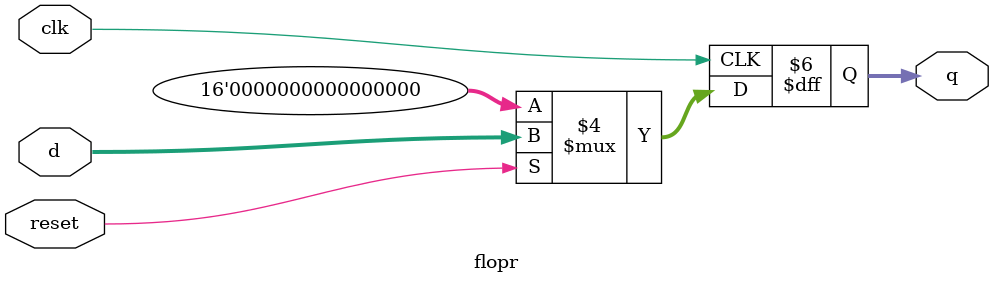
<source format=v>
module flopenr #(parameter WIDTH = 16)
                (input                  clk, reset, en,
                 input      [WIDTH-1:0] d, 
                 output reg [WIDTH-1:0] q);
 
   always @(posedge clk)
      if      (~reset) q <= 0;
      else if (en)     q <= d;
endmodule

module flopr #(parameter WIDTH = 16)
             (input                  clk, reset,
              input      [WIDTH-1:0] d, 
              output reg [WIDTH-1:0] q);

   always @(posedge clk)
      if   (~reset) q <= 0;
      else q <= d;
endmodule
</source>
